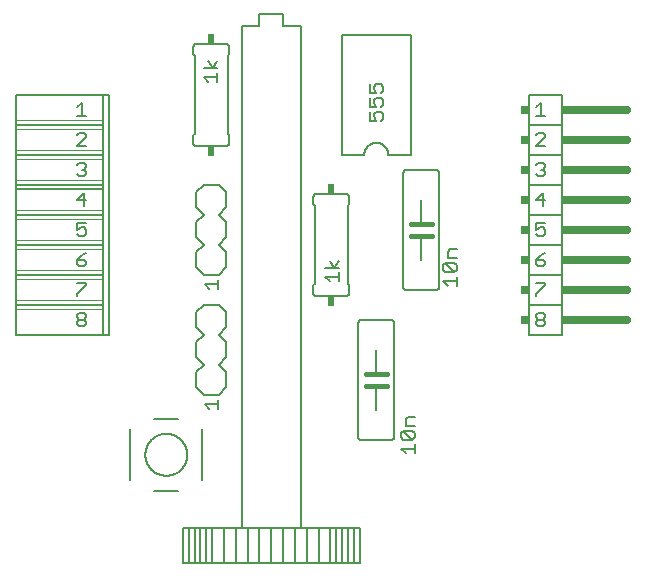
<source format=gbr>
G04 EAGLE Gerber X2 export*
G04 #@! %TF.Part,Single*
G04 #@! %TF.FileFunction,Legend,Top,1*
G04 #@! %TF.FilePolarity,Positive*
G04 #@! %TF.GenerationSoftware,Autodesk,EAGLE,9.0.0*
G04 #@! %TF.CreationDate,2019-08-08T19:05:01Z*
G75*
%MOMM*%
%FSLAX34Y34*%
%LPD*%
%AMOC8*
5,1,8,0,0,1.08239X$1,22.5*%
G01*
%ADD10C,0.152400*%
%ADD11C,0.127000*%
%ADD12R,0.609600X0.863600*%
%ADD13C,0.406400*%
%ADD14C,0.050800*%
%ADD15C,0.660400*%
%ADD16R,0.762000X0.660400*%
%ADD17R,0.660400X0.660400*%
%ADD18C,0.203200*%


D10*
X250190Y419100D02*
X250190Y317500D01*
X308610Y317500D02*
X308610Y419100D01*
X250190Y419100D01*
X250190Y317500D02*
X269240Y317500D01*
X289560Y317500D02*
X308610Y317500D01*
X289560Y317500D02*
X289557Y317747D01*
X289548Y317995D01*
X289533Y318242D01*
X289512Y318488D01*
X289485Y318734D01*
X289452Y318979D01*
X289413Y319224D01*
X289368Y319467D01*
X289317Y319709D01*
X289260Y319950D01*
X289198Y320189D01*
X289129Y320427D01*
X289055Y320663D01*
X288975Y320897D01*
X288890Y321129D01*
X288798Y321359D01*
X288702Y321587D01*
X288599Y321812D01*
X288492Y322035D01*
X288378Y322255D01*
X288260Y322472D01*
X288136Y322687D01*
X288007Y322898D01*
X287873Y323106D01*
X287734Y323311D01*
X287590Y323512D01*
X287442Y323710D01*
X287288Y323904D01*
X287130Y324094D01*
X286967Y324280D01*
X286800Y324462D01*
X286628Y324640D01*
X286452Y324814D01*
X286272Y324984D01*
X286087Y325149D01*
X285899Y325309D01*
X285707Y325465D01*
X285511Y325617D01*
X285312Y325763D01*
X285109Y325905D01*
X284902Y326041D01*
X284693Y326173D01*
X284480Y326299D01*
X284264Y326420D01*
X284046Y326536D01*
X283824Y326646D01*
X283600Y326751D01*
X283374Y326851D01*
X283145Y326945D01*
X282914Y327033D01*
X282680Y327116D01*
X282445Y327193D01*
X282208Y327264D01*
X281970Y327330D01*
X281730Y327389D01*
X281488Y327443D01*
X281245Y327491D01*
X281002Y327533D01*
X280757Y327569D01*
X280511Y327599D01*
X280265Y327623D01*
X280018Y327641D01*
X279771Y327653D01*
X279524Y327659D01*
X279276Y327659D01*
X279029Y327653D01*
X278782Y327641D01*
X278535Y327623D01*
X278289Y327599D01*
X278043Y327569D01*
X277798Y327533D01*
X277555Y327491D01*
X277312Y327443D01*
X277070Y327389D01*
X276830Y327330D01*
X276592Y327264D01*
X276355Y327193D01*
X276120Y327116D01*
X275886Y327033D01*
X275655Y326945D01*
X275426Y326851D01*
X275200Y326751D01*
X274976Y326646D01*
X274754Y326536D01*
X274536Y326420D01*
X274320Y326299D01*
X274107Y326173D01*
X273898Y326041D01*
X273691Y325905D01*
X273488Y325763D01*
X273289Y325617D01*
X273093Y325465D01*
X272901Y325309D01*
X272713Y325149D01*
X272528Y324984D01*
X272348Y324814D01*
X272172Y324640D01*
X272000Y324462D01*
X271833Y324280D01*
X271670Y324094D01*
X271512Y323904D01*
X271358Y323710D01*
X271210Y323512D01*
X271066Y323311D01*
X270927Y323106D01*
X270793Y322898D01*
X270664Y322687D01*
X270540Y322472D01*
X270422Y322255D01*
X270308Y322035D01*
X270201Y321812D01*
X270098Y321587D01*
X270002Y321359D01*
X269910Y321129D01*
X269825Y320897D01*
X269745Y320663D01*
X269671Y320427D01*
X269602Y320189D01*
X269540Y319950D01*
X269483Y319709D01*
X269432Y319467D01*
X269387Y319224D01*
X269348Y318979D01*
X269315Y318734D01*
X269288Y318488D01*
X269267Y318242D01*
X269252Y317995D01*
X269243Y317747D01*
X269240Y317500D01*
D11*
X273675Y346075D02*
X273675Y353702D01*
X273675Y346075D02*
X279395Y346075D01*
X277489Y349888D01*
X277489Y351795D01*
X279395Y353702D01*
X283208Y353702D01*
X285115Y351795D01*
X285115Y347982D01*
X283208Y346075D01*
X273675Y357769D02*
X273675Y365395D01*
X273675Y357769D02*
X279395Y357769D01*
X277489Y361582D01*
X277489Y363489D01*
X279395Y365395D01*
X283208Y365395D01*
X285115Y363489D01*
X285115Y359676D01*
X283208Y357769D01*
X273675Y369463D02*
X273675Y377089D01*
X273675Y369463D02*
X279395Y369463D01*
X277489Y373276D01*
X277489Y375183D01*
X279395Y377089D01*
X283208Y377089D01*
X285115Y375183D01*
X285115Y371370D01*
X283208Y369463D01*
D10*
X226060Y200660D02*
X226062Y200560D01*
X226068Y200461D01*
X226078Y200361D01*
X226091Y200263D01*
X226109Y200164D01*
X226130Y200067D01*
X226155Y199971D01*
X226184Y199875D01*
X226217Y199781D01*
X226253Y199688D01*
X226293Y199597D01*
X226337Y199507D01*
X226384Y199419D01*
X226434Y199333D01*
X226488Y199249D01*
X226545Y199167D01*
X226605Y199088D01*
X226669Y199010D01*
X226735Y198936D01*
X226804Y198864D01*
X226876Y198795D01*
X226950Y198729D01*
X227028Y198665D01*
X227107Y198605D01*
X227189Y198548D01*
X227273Y198494D01*
X227359Y198444D01*
X227447Y198397D01*
X227537Y198353D01*
X227628Y198313D01*
X227721Y198277D01*
X227815Y198244D01*
X227911Y198215D01*
X228007Y198190D01*
X228104Y198169D01*
X228203Y198151D01*
X228301Y198138D01*
X228401Y198128D01*
X228500Y198122D01*
X228600Y198120D01*
X254000Y198120D02*
X254100Y198122D01*
X254199Y198128D01*
X254299Y198138D01*
X254397Y198151D01*
X254496Y198169D01*
X254593Y198190D01*
X254689Y198215D01*
X254785Y198244D01*
X254879Y198277D01*
X254972Y198313D01*
X255063Y198353D01*
X255153Y198397D01*
X255241Y198444D01*
X255327Y198494D01*
X255411Y198548D01*
X255493Y198605D01*
X255572Y198665D01*
X255650Y198729D01*
X255724Y198795D01*
X255796Y198864D01*
X255865Y198936D01*
X255931Y199010D01*
X255995Y199088D01*
X256055Y199167D01*
X256112Y199249D01*
X256166Y199333D01*
X256216Y199419D01*
X256263Y199507D01*
X256307Y199597D01*
X256347Y199688D01*
X256383Y199781D01*
X256416Y199875D01*
X256445Y199971D01*
X256470Y200067D01*
X256491Y200164D01*
X256509Y200263D01*
X256522Y200361D01*
X256532Y200461D01*
X256538Y200560D01*
X256540Y200660D01*
X256540Y281940D02*
X256538Y282040D01*
X256532Y282139D01*
X256522Y282239D01*
X256509Y282337D01*
X256491Y282436D01*
X256470Y282533D01*
X256445Y282629D01*
X256416Y282725D01*
X256383Y282819D01*
X256347Y282912D01*
X256307Y283003D01*
X256263Y283093D01*
X256216Y283181D01*
X256166Y283267D01*
X256112Y283351D01*
X256055Y283433D01*
X255995Y283512D01*
X255931Y283590D01*
X255865Y283664D01*
X255796Y283736D01*
X255724Y283805D01*
X255650Y283871D01*
X255572Y283935D01*
X255493Y283995D01*
X255411Y284052D01*
X255327Y284106D01*
X255241Y284156D01*
X255153Y284203D01*
X255063Y284247D01*
X254972Y284287D01*
X254879Y284323D01*
X254785Y284356D01*
X254689Y284385D01*
X254593Y284410D01*
X254496Y284431D01*
X254397Y284449D01*
X254299Y284462D01*
X254199Y284472D01*
X254100Y284478D01*
X254000Y284480D01*
X228600Y284480D02*
X228500Y284478D01*
X228401Y284472D01*
X228301Y284462D01*
X228203Y284449D01*
X228104Y284431D01*
X228007Y284410D01*
X227911Y284385D01*
X227815Y284356D01*
X227721Y284323D01*
X227628Y284287D01*
X227537Y284247D01*
X227447Y284203D01*
X227359Y284156D01*
X227273Y284106D01*
X227189Y284052D01*
X227107Y283995D01*
X227028Y283935D01*
X226950Y283871D01*
X226876Y283805D01*
X226804Y283736D01*
X226735Y283664D01*
X226669Y283590D01*
X226605Y283512D01*
X226545Y283433D01*
X226488Y283351D01*
X226434Y283267D01*
X226384Y283181D01*
X226337Y283093D01*
X226293Y283003D01*
X226253Y282912D01*
X226217Y282819D01*
X226184Y282725D01*
X226155Y282629D01*
X226130Y282533D01*
X226109Y282436D01*
X226091Y282337D01*
X226078Y282239D01*
X226068Y282139D01*
X226062Y282040D01*
X226060Y281940D01*
X228600Y198120D02*
X254000Y198120D01*
X226060Y200660D02*
X226060Y207010D01*
X227330Y208280D01*
X256540Y207010D02*
X256540Y200660D01*
X256540Y207010D02*
X255270Y208280D01*
X227330Y274320D02*
X226060Y275590D01*
X227330Y274320D02*
X227330Y208280D01*
X255270Y274320D02*
X256540Y275590D01*
X255270Y274320D02*
X255270Y208280D01*
X226060Y275590D02*
X226060Y281940D01*
X256540Y281940D02*
X256540Y275590D01*
X254000Y284480D02*
X228600Y284480D01*
D11*
X236083Y213998D02*
X239897Y210185D01*
X236083Y213998D02*
X247523Y213998D01*
X247523Y210185D02*
X247523Y217812D01*
X247523Y221879D02*
X236083Y221879D01*
X243710Y221879D02*
X247523Y227599D01*
X243710Y221879D02*
X239897Y227599D01*
D12*
X241300Y288798D03*
X241300Y193802D03*
D11*
X165500Y1400D02*
X165500Y426400D01*
X215500Y426400D02*
X215500Y1400D01*
X200500Y436400D02*
X180500Y436400D01*
X200500Y426400D02*
X215500Y426400D01*
X200500Y426400D02*
X200500Y436400D01*
X180500Y426400D02*
X165500Y426400D01*
X180500Y426400D02*
X180500Y436400D01*
X170500Y1400D02*
X165500Y1400D01*
X170500Y1400D02*
X180500Y1400D01*
X190500Y1400D01*
X200500Y1400D01*
X210500Y1400D01*
X215500Y1400D01*
X190500Y1400D02*
X190500Y-28600D01*
X180500Y-28600D01*
X170500Y-28600D01*
X160500Y-28600D01*
X150500Y-28600D01*
X140500Y-28600D01*
X135500Y-28600D01*
X130500Y-28600D01*
X125500Y-28600D01*
X120500Y-28600D01*
X115500Y-28600D01*
X115500Y1400D01*
X120500Y1400D01*
X125500Y1400D01*
X130500Y1400D01*
X135500Y1400D01*
X140500Y1400D01*
X150500Y1400D01*
X160500Y1400D01*
X165500Y1400D01*
X215500Y1400D02*
X220500Y1400D01*
X230500Y1400D01*
X240500Y1400D01*
X245500Y1400D01*
X250500Y1400D01*
X255500Y1400D01*
X260500Y1400D01*
X265500Y1400D01*
X265500Y-28600D01*
X260500Y-28600D01*
X255500Y-28600D01*
X250500Y-28600D01*
X245500Y-28600D01*
X240500Y-28600D01*
X230500Y-28600D01*
X220500Y-28600D01*
X210500Y-28600D01*
X200500Y-28600D01*
X190500Y-28600D01*
X180500Y-28600D02*
X180500Y1400D01*
X170500Y1400D02*
X170500Y-28600D01*
X160500Y-28600D02*
X160500Y1400D01*
X150500Y1400D02*
X150500Y-28600D01*
X140500Y-28600D02*
X140500Y1400D01*
X135500Y1400D02*
X135500Y-28600D01*
X130500Y-28600D02*
X130500Y1400D01*
X125500Y1400D02*
X125500Y-28600D01*
X120500Y-28600D02*
X120500Y1400D01*
X260500Y1400D02*
X260500Y-28600D01*
X255500Y-28600D02*
X255500Y1400D01*
X250500Y1400D02*
X250500Y-28600D01*
X245500Y-28600D02*
X245500Y1400D01*
X240500Y1400D02*
X240500Y-28600D01*
X230500Y-28600D02*
X230500Y1400D01*
X220500Y1400D02*
X220500Y-28600D01*
X210500Y-28600D02*
X210500Y1400D01*
X200500Y1400D02*
X200500Y-28600D01*
D10*
X127000Y222250D02*
X127000Y234950D01*
X133350Y241300D01*
X146050Y241300D02*
X152400Y234950D01*
X133350Y241300D02*
X127000Y247650D01*
X127000Y260350D01*
X133350Y266700D01*
X146050Y266700D02*
X152400Y260350D01*
X152400Y247650D01*
X146050Y241300D01*
X146050Y215900D02*
X133350Y215900D01*
X127000Y222250D01*
X146050Y215900D02*
X152400Y222250D01*
X152400Y234950D01*
X133350Y266700D02*
X127000Y273050D01*
X127000Y285750D01*
X133350Y292100D01*
X146050Y292100D02*
X152400Y285750D01*
X152400Y273050D01*
X146050Y266700D01*
X146050Y292100D02*
X133350Y292100D01*
D11*
X133975Y207648D02*
X137789Y203835D01*
X133975Y207648D02*
X145415Y207648D01*
X145415Y203835D02*
X145415Y211462D01*
D10*
X302260Y205740D02*
X302260Y302260D01*
X304800Y203200D02*
X330200Y203200D01*
X332740Y205740D02*
X332740Y302260D01*
X330200Y304800D02*
X304800Y304800D01*
X304700Y304798D01*
X304601Y304792D01*
X304501Y304782D01*
X304403Y304769D01*
X304304Y304751D01*
X304207Y304730D01*
X304111Y304705D01*
X304015Y304676D01*
X303921Y304643D01*
X303828Y304607D01*
X303737Y304567D01*
X303647Y304523D01*
X303559Y304476D01*
X303473Y304426D01*
X303389Y304372D01*
X303307Y304315D01*
X303228Y304255D01*
X303150Y304191D01*
X303076Y304125D01*
X303004Y304056D01*
X302935Y303984D01*
X302869Y303910D01*
X302805Y303832D01*
X302745Y303753D01*
X302688Y303671D01*
X302634Y303587D01*
X302584Y303501D01*
X302537Y303413D01*
X302493Y303323D01*
X302453Y303232D01*
X302417Y303139D01*
X302384Y303045D01*
X302355Y302949D01*
X302330Y302853D01*
X302309Y302756D01*
X302291Y302657D01*
X302278Y302559D01*
X302268Y302459D01*
X302262Y302360D01*
X302260Y302260D01*
X330200Y304800D02*
X330300Y304798D01*
X330399Y304792D01*
X330499Y304782D01*
X330597Y304769D01*
X330696Y304751D01*
X330793Y304730D01*
X330889Y304705D01*
X330985Y304676D01*
X331079Y304643D01*
X331172Y304607D01*
X331263Y304567D01*
X331353Y304523D01*
X331441Y304476D01*
X331527Y304426D01*
X331611Y304372D01*
X331693Y304315D01*
X331772Y304255D01*
X331850Y304191D01*
X331924Y304125D01*
X331996Y304056D01*
X332065Y303984D01*
X332131Y303910D01*
X332195Y303832D01*
X332255Y303753D01*
X332312Y303671D01*
X332366Y303587D01*
X332416Y303501D01*
X332463Y303413D01*
X332507Y303323D01*
X332547Y303232D01*
X332583Y303139D01*
X332616Y303045D01*
X332645Y302949D01*
X332670Y302853D01*
X332691Y302756D01*
X332709Y302657D01*
X332722Y302559D01*
X332732Y302459D01*
X332738Y302360D01*
X332740Y302260D01*
X332740Y205740D02*
X332738Y205640D01*
X332732Y205541D01*
X332722Y205441D01*
X332709Y205343D01*
X332691Y205244D01*
X332670Y205147D01*
X332645Y205051D01*
X332616Y204955D01*
X332583Y204861D01*
X332547Y204768D01*
X332507Y204677D01*
X332463Y204587D01*
X332416Y204499D01*
X332366Y204413D01*
X332312Y204329D01*
X332255Y204247D01*
X332195Y204168D01*
X332131Y204090D01*
X332065Y204016D01*
X331996Y203944D01*
X331924Y203875D01*
X331850Y203809D01*
X331772Y203745D01*
X331693Y203685D01*
X331611Y203628D01*
X331527Y203574D01*
X331441Y203524D01*
X331353Y203477D01*
X331263Y203433D01*
X331172Y203393D01*
X331079Y203357D01*
X330985Y203324D01*
X330889Y203295D01*
X330793Y203270D01*
X330696Y203249D01*
X330597Y203231D01*
X330499Y203218D01*
X330399Y203208D01*
X330300Y203202D01*
X330200Y203200D01*
X304800Y203200D02*
X304700Y203202D01*
X304601Y203208D01*
X304501Y203218D01*
X304403Y203231D01*
X304304Y203249D01*
X304207Y203270D01*
X304111Y203295D01*
X304015Y203324D01*
X303921Y203357D01*
X303828Y203393D01*
X303737Y203433D01*
X303647Y203477D01*
X303559Y203524D01*
X303473Y203574D01*
X303389Y203628D01*
X303307Y203685D01*
X303228Y203745D01*
X303150Y203809D01*
X303076Y203875D01*
X303004Y203944D01*
X302935Y204016D01*
X302869Y204090D01*
X302805Y204168D01*
X302745Y204247D01*
X302688Y204329D01*
X302634Y204413D01*
X302584Y204499D01*
X302537Y204587D01*
X302493Y204677D01*
X302453Y204768D01*
X302417Y204861D01*
X302384Y204955D01*
X302355Y205051D01*
X302330Y205147D01*
X302309Y205244D01*
X302291Y205343D01*
X302278Y205441D01*
X302268Y205541D01*
X302262Y205640D01*
X302260Y205740D01*
X317500Y259080D02*
X317500Y279400D01*
X317500Y248920D02*
X317500Y228600D01*
D13*
X317500Y248920D02*
X308610Y248920D01*
X317500Y248920D02*
X326390Y248920D01*
X317500Y259080D02*
X308610Y259080D01*
X317500Y259080D02*
X326390Y259080D01*
D11*
X335905Y210188D02*
X339719Y206375D01*
X335905Y210188D02*
X347345Y210188D01*
X347345Y206375D02*
X347345Y214002D01*
X345438Y218069D02*
X337812Y218069D01*
X335905Y219976D01*
X335905Y223789D01*
X337812Y225695D01*
X345438Y225695D01*
X347345Y223789D01*
X347345Y219976D01*
X345438Y218069D01*
X337812Y225695D01*
X339719Y229763D02*
X347345Y229763D01*
X339719Y229763D02*
X339719Y235483D01*
X341625Y237389D01*
X347345Y237389D01*
D10*
X154940Y408940D02*
X154938Y409040D01*
X154932Y409139D01*
X154922Y409239D01*
X154909Y409337D01*
X154891Y409436D01*
X154870Y409533D01*
X154845Y409629D01*
X154816Y409725D01*
X154783Y409819D01*
X154747Y409912D01*
X154707Y410003D01*
X154663Y410093D01*
X154616Y410181D01*
X154566Y410267D01*
X154512Y410351D01*
X154455Y410433D01*
X154395Y410512D01*
X154331Y410590D01*
X154265Y410664D01*
X154196Y410736D01*
X154124Y410805D01*
X154050Y410871D01*
X153972Y410935D01*
X153893Y410995D01*
X153811Y411052D01*
X153727Y411106D01*
X153641Y411156D01*
X153553Y411203D01*
X153463Y411247D01*
X153372Y411287D01*
X153279Y411323D01*
X153185Y411356D01*
X153089Y411385D01*
X152993Y411410D01*
X152896Y411431D01*
X152797Y411449D01*
X152699Y411462D01*
X152599Y411472D01*
X152500Y411478D01*
X152400Y411480D01*
X127000Y411480D02*
X126900Y411478D01*
X126801Y411472D01*
X126701Y411462D01*
X126603Y411449D01*
X126504Y411431D01*
X126407Y411410D01*
X126311Y411385D01*
X126215Y411356D01*
X126121Y411323D01*
X126028Y411287D01*
X125937Y411247D01*
X125847Y411203D01*
X125759Y411156D01*
X125673Y411106D01*
X125589Y411052D01*
X125507Y410995D01*
X125428Y410935D01*
X125350Y410871D01*
X125276Y410805D01*
X125204Y410736D01*
X125135Y410664D01*
X125069Y410590D01*
X125005Y410512D01*
X124945Y410433D01*
X124888Y410351D01*
X124834Y410267D01*
X124784Y410181D01*
X124737Y410093D01*
X124693Y410003D01*
X124653Y409912D01*
X124617Y409819D01*
X124584Y409725D01*
X124555Y409629D01*
X124530Y409533D01*
X124509Y409436D01*
X124491Y409337D01*
X124478Y409239D01*
X124468Y409139D01*
X124462Y409040D01*
X124460Y408940D01*
X124460Y327660D02*
X124462Y327560D01*
X124468Y327461D01*
X124478Y327361D01*
X124491Y327263D01*
X124509Y327164D01*
X124530Y327067D01*
X124555Y326971D01*
X124584Y326875D01*
X124617Y326781D01*
X124653Y326688D01*
X124693Y326597D01*
X124737Y326507D01*
X124784Y326419D01*
X124834Y326333D01*
X124888Y326249D01*
X124945Y326167D01*
X125005Y326088D01*
X125069Y326010D01*
X125135Y325936D01*
X125204Y325864D01*
X125276Y325795D01*
X125350Y325729D01*
X125428Y325665D01*
X125507Y325605D01*
X125589Y325548D01*
X125673Y325494D01*
X125759Y325444D01*
X125847Y325397D01*
X125937Y325353D01*
X126028Y325313D01*
X126121Y325277D01*
X126215Y325244D01*
X126311Y325215D01*
X126407Y325190D01*
X126504Y325169D01*
X126603Y325151D01*
X126701Y325138D01*
X126801Y325128D01*
X126900Y325122D01*
X127000Y325120D01*
X152400Y325120D02*
X152500Y325122D01*
X152599Y325128D01*
X152699Y325138D01*
X152797Y325151D01*
X152896Y325169D01*
X152993Y325190D01*
X153089Y325215D01*
X153185Y325244D01*
X153279Y325277D01*
X153372Y325313D01*
X153463Y325353D01*
X153553Y325397D01*
X153641Y325444D01*
X153727Y325494D01*
X153811Y325548D01*
X153893Y325605D01*
X153972Y325665D01*
X154050Y325729D01*
X154124Y325795D01*
X154196Y325864D01*
X154265Y325936D01*
X154331Y326010D01*
X154395Y326088D01*
X154455Y326167D01*
X154512Y326249D01*
X154566Y326333D01*
X154616Y326419D01*
X154663Y326507D01*
X154707Y326597D01*
X154747Y326688D01*
X154783Y326781D01*
X154816Y326875D01*
X154845Y326971D01*
X154870Y327067D01*
X154891Y327164D01*
X154909Y327263D01*
X154922Y327361D01*
X154932Y327461D01*
X154938Y327560D01*
X154940Y327660D01*
X152400Y411480D02*
X127000Y411480D01*
X154940Y408940D02*
X154940Y402590D01*
X153670Y401320D01*
X124460Y402590D02*
X124460Y408940D01*
X124460Y402590D02*
X125730Y401320D01*
X153670Y335280D02*
X154940Y334010D01*
X153670Y335280D02*
X153670Y401320D01*
X125730Y335280D02*
X124460Y334010D01*
X125730Y335280D02*
X125730Y401320D01*
X154940Y334010D02*
X154940Y327660D01*
X124460Y327660D02*
X124460Y334010D01*
X127000Y325120D02*
X152400Y325120D01*
D11*
X137281Y379246D02*
X133467Y383059D01*
X144907Y383059D01*
X144907Y379246D02*
X144907Y386873D01*
X144907Y390940D02*
X133467Y390940D01*
X141094Y390940D02*
X144907Y396660D01*
X141094Y390940D02*
X137281Y396660D01*
D12*
X139700Y320802D03*
X139700Y415798D03*
D10*
X53340Y165100D02*
X48260Y165100D01*
X-25400Y165100D01*
X-25400Y186690D01*
X-25400Y190500D01*
X-25400Y194310D01*
X-25400Y212090D01*
X-25400Y215900D01*
X-25400Y219710D01*
X-25400Y237490D01*
X-25400Y241300D01*
X-25400Y245110D01*
X-25400Y262890D01*
X-25400Y266700D01*
X-25400Y270510D01*
X-25400Y288290D01*
X-25400Y292100D02*
X48260Y292100D01*
X48260Y186690D02*
X48260Y165100D01*
X48260Y186690D02*
X48260Y190500D01*
X48260Y194310D01*
X48260Y212090D01*
X48260Y215900D01*
X48260Y219710D01*
X48260Y237490D01*
X48260Y241300D01*
X48260Y245110D01*
X48260Y262890D01*
X48260Y266700D01*
X48260Y270510D01*
X48260Y288290D01*
X48260Y292100D01*
X48260Y266700D02*
X-25400Y266700D01*
X-25400Y241300D02*
X48260Y241300D01*
X48260Y215900D02*
X-25400Y215900D01*
X-25400Y190500D02*
X48260Y190500D01*
D14*
X48260Y186690D02*
X-25400Y186690D01*
X-25400Y194310D02*
X48260Y194310D01*
X48260Y212090D02*
X-25400Y212090D01*
X-25400Y219710D02*
X48260Y219710D01*
X48260Y237490D02*
X-25400Y237490D01*
X-25400Y245110D02*
X48260Y245110D01*
X48260Y262890D02*
X-25400Y262890D01*
X-25400Y270510D02*
X48260Y270510D01*
D10*
X48260Y288290D02*
X-25400Y288290D01*
X-25400Y292100D01*
X-25400Y295910D01*
D14*
X48260Y295910D01*
D10*
X53340Y368300D02*
X53340Y165100D01*
X-25400Y295910D02*
X-25400Y313690D01*
X-25400Y317500D02*
X48260Y317500D01*
X48260Y295910D02*
X48260Y292100D01*
X48260Y295910D02*
X48260Y313690D01*
X48260Y317500D01*
D14*
X48260Y313690D02*
X-25400Y313690D01*
D10*
X-25400Y317500D01*
X-25400Y321310D01*
X-25400Y339090D01*
X-25400Y342900D01*
X48260Y342900D01*
D14*
X48260Y321310D02*
X-25400Y321310D01*
D10*
X48260Y321310D02*
X48260Y317500D01*
X48260Y321310D02*
X48260Y339090D01*
X48260Y342900D01*
X-25400Y342900D02*
X-25400Y346710D01*
X-25400Y368300D01*
X48260Y368300D01*
X53340Y368300D01*
X48260Y346710D02*
X48260Y342900D01*
X48260Y346710D02*
X48260Y368300D01*
D14*
X48260Y346710D02*
X-25400Y346710D01*
X-25400Y339090D02*
X48260Y339090D01*
D11*
X33662Y324485D02*
X26035Y324485D01*
X33662Y332112D01*
X33662Y334018D01*
X31755Y335925D01*
X27942Y335925D01*
X26035Y334018D01*
X27942Y183525D02*
X26035Y181618D01*
X27942Y183525D02*
X31755Y183525D01*
X33662Y181618D01*
X33662Y179712D01*
X31755Y177805D01*
X33662Y175898D01*
X33662Y173992D01*
X31755Y172085D01*
X27942Y172085D01*
X26035Y173992D01*
X26035Y175898D01*
X27942Y177805D01*
X26035Y179712D01*
X26035Y181618D01*
X27942Y177805D02*
X31755Y177805D01*
X26035Y308618D02*
X27942Y310525D01*
X31755Y310525D01*
X33662Y308618D01*
X33662Y306712D01*
X31755Y304805D01*
X29848Y304805D01*
X31755Y304805D02*
X33662Y302898D01*
X33662Y300992D01*
X31755Y299085D01*
X27942Y299085D01*
X26035Y300992D01*
X31755Y285125D02*
X31755Y273685D01*
X26035Y279405D02*
X31755Y285125D01*
X33662Y279405D02*
X26035Y279405D01*
X26035Y259725D02*
X33662Y259725D01*
X26035Y259725D02*
X26035Y254005D01*
X29848Y255912D01*
X31755Y255912D01*
X33662Y254005D01*
X33662Y250192D01*
X31755Y248285D01*
X27942Y248285D01*
X26035Y250192D01*
X33662Y234325D02*
X29848Y232418D01*
X26035Y228605D01*
X26035Y224792D01*
X27942Y222885D01*
X31755Y222885D01*
X33662Y224792D01*
X33662Y226698D01*
X31755Y228605D01*
X26035Y228605D01*
X26035Y208925D02*
X33662Y208925D01*
X33662Y207018D01*
X26035Y199392D01*
X26035Y197485D01*
X26035Y357512D02*
X29848Y361325D01*
X29848Y349885D01*
X26035Y349885D02*
X33662Y349885D01*
D10*
X408940Y165100D02*
X436880Y165100D01*
X408940Y165100D02*
X408940Y190500D01*
X436880Y190500D02*
X436880Y165100D01*
X436880Y215900D02*
X408940Y215900D01*
X436880Y215900D02*
X436880Y241300D01*
X436880Y190500D02*
X408940Y190500D01*
X408940Y215900D01*
X436880Y215900D02*
X436880Y190500D01*
D15*
X444500Y228600D02*
X491490Y228600D01*
X491490Y203200D02*
X444500Y203200D01*
X444500Y177800D02*
X491490Y177800D01*
D10*
X408940Y215900D02*
X408940Y241300D01*
X408940Y266700D01*
X436880Y266700D01*
X408940Y266700D02*
X408940Y292100D01*
X436880Y292100D01*
X436880Y266700D01*
X436880Y241300D02*
X408940Y241300D01*
X436880Y241300D02*
X436880Y266700D01*
X408940Y292100D02*
X408940Y317500D01*
X436880Y317500D02*
X436880Y292100D01*
X436880Y342900D02*
X408940Y342900D01*
X408940Y368300D01*
X436880Y368300D01*
X436880Y342900D01*
X436880Y317500D02*
X408940Y317500D01*
X408940Y342900D01*
X436880Y342900D02*
X436880Y317500D01*
D15*
X444500Y355600D02*
X491490Y355600D01*
X491490Y330200D02*
X444500Y330200D01*
X444500Y304800D02*
X491490Y304800D01*
X491490Y279400D02*
X444500Y279400D01*
X444500Y254000D02*
X491490Y254000D01*
D11*
X414655Y357512D02*
X418468Y361325D01*
X418468Y349885D01*
X414655Y349885D02*
X422282Y349885D01*
X422282Y324485D02*
X414655Y324485D01*
X422282Y332112D01*
X422282Y334018D01*
X420375Y335925D01*
X416562Y335925D01*
X414655Y334018D01*
X416562Y310525D02*
X414655Y308618D01*
X416562Y310525D02*
X420375Y310525D01*
X422282Y308618D01*
X422282Y306712D01*
X420375Y304805D01*
X418468Y304805D01*
X420375Y304805D02*
X422282Y302898D01*
X422282Y300992D01*
X420375Y299085D01*
X416562Y299085D01*
X414655Y300992D01*
X420375Y285125D02*
X420375Y273685D01*
X414655Y279405D02*
X420375Y285125D01*
X422282Y279405D02*
X414655Y279405D01*
X414655Y259725D02*
X422282Y259725D01*
X414655Y259725D02*
X414655Y254005D01*
X418468Y255912D01*
X420375Y255912D01*
X422282Y254005D01*
X422282Y250192D01*
X420375Y248285D01*
X416562Y248285D01*
X414655Y250192D01*
X422282Y234325D02*
X418468Y232418D01*
X414655Y228605D01*
X414655Y224792D01*
X416562Y222885D01*
X420375Y222885D01*
X422282Y224792D01*
X422282Y226698D01*
X420375Y228605D01*
X414655Y228605D01*
X414655Y208925D02*
X422282Y208925D01*
X422282Y207018D01*
X414655Y199392D01*
X414655Y197485D01*
X416562Y183525D02*
X414655Y181618D01*
X416562Y183525D02*
X420375Y183525D01*
X422282Y181618D01*
X422282Y179712D01*
X420375Y177805D01*
X422282Y175898D01*
X422282Y173992D01*
X420375Y172085D01*
X416562Y172085D01*
X414655Y173992D01*
X414655Y175898D01*
X416562Y177805D01*
X414655Y179712D01*
X414655Y181618D01*
X416562Y177805D02*
X420375Y177805D01*
D16*
X440690Y228600D03*
X440690Y203200D03*
X440690Y177800D03*
X440690Y355600D03*
X440690Y330200D03*
X440690Y304800D03*
X440690Y279400D03*
X440690Y254000D03*
D17*
X405638Y177800D03*
X405638Y203200D03*
X405638Y228600D03*
X405638Y254000D03*
X405638Y279400D03*
X405638Y304800D03*
X405638Y330200D03*
X405638Y355600D03*
D10*
X294640Y175260D02*
X294640Y78740D01*
X292100Y177800D02*
X266700Y177800D01*
X264160Y175260D02*
X264160Y78740D01*
X266700Y76200D02*
X292100Y76200D01*
X292200Y76202D01*
X292299Y76208D01*
X292399Y76218D01*
X292497Y76231D01*
X292596Y76249D01*
X292693Y76270D01*
X292789Y76295D01*
X292885Y76324D01*
X292979Y76357D01*
X293072Y76393D01*
X293163Y76433D01*
X293253Y76477D01*
X293341Y76524D01*
X293427Y76574D01*
X293511Y76628D01*
X293593Y76685D01*
X293672Y76745D01*
X293750Y76809D01*
X293824Y76875D01*
X293896Y76944D01*
X293965Y77016D01*
X294031Y77090D01*
X294095Y77168D01*
X294155Y77247D01*
X294212Y77329D01*
X294266Y77413D01*
X294316Y77499D01*
X294363Y77587D01*
X294407Y77677D01*
X294447Y77768D01*
X294483Y77861D01*
X294516Y77955D01*
X294545Y78051D01*
X294570Y78147D01*
X294591Y78244D01*
X294609Y78343D01*
X294622Y78441D01*
X294632Y78541D01*
X294638Y78640D01*
X294640Y78740D01*
X266700Y76200D02*
X266600Y76202D01*
X266501Y76208D01*
X266401Y76218D01*
X266303Y76231D01*
X266204Y76249D01*
X266107Y76270D01*
X266011Y76295D01*
X265915Y76324D01*
X265821Y76357D01*
X265728Y76393D01*
X265637Y76433D01*
X265547Y76477D01*
X265459Y76524D01*
X265373Y76574D01*
X265289Y76628D01*
X265207Y76685D01*
X265128Y76745D01*
X265050Y76809D01*
X264976Y76875D01*
X264904Y76944D01*
X264835Y77016D01*
X264769Y77090D01*
X264705Y77168D01*
X264645Y77247D01*
X264588Y77329D01*
X264534Y77413D01*
X264484Y77499D01*
X264437Y77587D01*
X264393Y77677D01*
X264353Y77768D01*
X264317Y77861D01*
X264284Y77955D01*
X264255Y78051D01*
X264230Y78147D01*
X264209Y78244D01*
X264191Y78343D01*
X264178Y78441D01*
X264168Y78541D01*
X264162Y78640D01*
X264160Y78740D01*
X264160Y175260D02*
X264162Y175360D01*
X264168Y175459D01*
X264178Y175559D01*
X264191Y175657D01*
X264209Y175756D01*
X264230Y175853D01*
X264255Y175949D01*
X264284Y176045D01*
X264317Y176139D01*
X264353Y176232D01*
X264393Y176323D01*
X264437Y176413D01*
X264484Y176501D01*
X264534Y176587D01*
X264588Y176671D01*
X264645Y176753D01*
X264705Y176832D01*
X264769Y176910D01*
X264835Y176984D01*
X264904Y177056D01*
X264976Y177125D01*
X265050Y177191D01*
X265128Y177255D01*
X265207Y177315D01*
X265289Y177372D01*
X265373Y177426D01*
X265459Y177476D01*
X265547Y177523D01*
X265637Y177567D01*
X265728Y177607D01*
X265821Y177643D01*
X265915Y177676D01*
X266011Y177705D01*
X266107Y177730D01*
X266204Y177751D01*
X266303Y177769D01*
X266401Y177782D01*
X266501Y177792D01*
X266600Y177798D01*
X266700Y177800D01*
X292100Y177800D02*
X292200Y177798D01*
X292299Y177792D01*
X292399Y177782D01*
X292497Y177769D01*
X292596Y177751D01*
X292693Y177730D01*
X292789Y177705D01*
X292885Y177676D01*
X292979Y177643D01*
X293072Y177607D01*
X293163Y177567D01*
X293253Y177523D01*
X293341Y177476D01*
X293427Y177426D01*
X293511Y177372D01*
X293593Y177315D01*
X293672Y177255D01*
X293750Y177191D01*
X293824Y177125D01*
X293896Y177056D01*
X293965Y176984D01*
X294031Y176910D01*
X294095Y176832D01*
X294155Y176753D01*
X294212Y176671D01*
X294266Y176587D01*
X294316Y176501D01*
X294363Y176413D01*
X294407Y176323D01*
X294447Y176232D01*
X294483Y176139D01*
X294516Y176045D01*
X294545Y175949D01*
X294570Y175853D01*
X294591Y175756D01*
X294609Y175657D01*
X294622Y175559D01*
X294632Y175459D01*
X294638Y175360D01*
X294640Y175260D01*
X279400Y121920D02*
X279400Y101600D01*
X279400Y132080D02*
X279400Y152400D01*
D13*
X279400Y132080D02*
X288290Y132080D01*
X279400Y132080D02*
X270510Y132080D01*
X279400Y121920D02*
X288290Y121920D01*
X279400Y121920D02*
X270510Y121920D01*
D11*
X300345Y68426D02*
X304159Y64613D01*
X300345Y68426D02*
X311785Y68426D01*
X311785Y64613D02*
X311785Y72240D01*
X309878Y76307D02*
X302252Y76307D01*
X300345Y78214D01*
X300345Y82027D01*
X302252Y83934D01*
X309878Y83934D01*
X311785Y82027D01*
X311785Y78214D01*
X309878Y76307D01*
X302252Y83934D01*
X304159Y88001D02*
X311785Y88001D01*
X304159Y88001D02*
X304159Y93721D01*
X306065Y95627D01*
X311785Y95627D01*
D10*
X127000Y120650D02*
X127000Y133350D01*
X133350Y139700D01*
X146050Y139700D02*
X152400Y133350D01*
X133350Y139700D02*
X127000Y146050D01*
X127000Y158750D01*
X133350Y165100D01*
X146050Y165100D02*
X152400Y158750D01*
X152400Y146050D01*
X146050Y139700D01*
X146050Y114300D02*
X133350Y114300D01*
X127000Y120650D01*
X146050Y114300D02*
X152400Y120650D01*
X152400Y133350D01*
X133350Y165100D02*
X127000Y171450D01*
X127000Y184150D01*
X133350Y190500D01*
X146050Y190500D02*
X152400Y184150D01*
X152400Y171450D01*
X146050Y165100D01*
X146050Y190500D02*
X133350Y190500D01*
D11*
X133975Y106048D02*
X137789Y102235D01*
X133975Y106048D02*
X145415Y106048D01*
X145415Y102235D02*
X145415Y109862D01*
D18*
X132080Y85090D02*
X132080Y41910D01*
X71120Y41910D02*
X71120Y85090D01*
X91440Y33020D02*
X111580Y33020D01*
X111880Y93980D02*
X91440Y93980D01*
X83820Y63500D02*
X83825Y63936D01*
X83841Y64372D01*
X83868Y64808D01*
X83906Y65243D01*
X83954Y65676D01*
X84012Y66109D01*
X84082Y66540D01*
X84162Y66969D01*
X84252Y67396D01*
X84353Y67820D01*
X84464Y68242D01*
X84586Y68661D01*
X84717Y69077D01*
X84859Y69490D01*
X85011Y69899D01*
X85173Y70304D01*
X85345Y70705D01*
X85527Y71102D01*
X85718Y71494D01*
X85919Y71881D01*
X86130Y72264D01*
X86350Y72641D01*
X86579Y73012D01*
X86816Y73378D01*
X87063Y73738D01*
X87319Y74092D01*
X87583Y74439D01*
X87856Y74780D01*
X88137Y75113D01*
X88426Y75440D01*
X88723Y75760D01*
X89028Y76072D01*
X89340Y76377D01*
X89660Y76674D01*
X89987Y76963D01*
X90320Y77244D01*
X90661Y77517D01*
X91008Y77781D01*
X91362Y78037D01*
X91722Y78284D01*
X92088Y78521D01*
X92459Y78750D01*
X92836Y78970D01*
X93219Y79181D01*
X93606Y79382D01*
X93998Y79573D01*
X94395Y79755D01*
X94796Y79927D01*
X95201Y80089D01*
X95610Y80241D01*
X96023Y80383D01*
X96439Y80514D01*
X96858Y80636D01*
X97280Y80747D01*
X97704Y80848D01*
X98131Y80938D01*
X98560Y81018D01*
X98991Y81088D01*
X99424Y81146D01*
X99857Y81194D01*
X100292Y81232D01*
X100728Y81259D01*
X101164Y81275D01*
X101600Y81280D01*
X102036Y81275D01*
X102472Y81259D01*
X102908Y81232D01*
X103343Y81194D01*
X103776Y81146D01*
X104209Y81088D01*
X104640Y81018D01*
X105069Y80938D01*
X105496Y80848D01*
X105920Y80747D01*
X106342Y80636D01*
X106761Y80514D01*
X107177Y80383D01*
X107590Y80241D01*
X107999Y80089D01*
X108404Y79927D01*
X108805Y79755D01*
X109202Y79573D01*
X109594Y79382D01*
X109981Y79181D01*
X110364Y78970D01*
X110741Y78750D01*
X111112Y78521D01*
X111478Y78284D01*
X111838Y78037D01*
X112192Y77781D01*
X112539Y77517D01*
X112880Y77244D01*
X113213Y76963D01*
X113540Y76674D01*
X113860Y76377D01*
X114172Y76072D01*
X114477Y75760D01*
X114774Y75440D01*
X115063Y75113D01*
X115344Y74780D01*
X115617Y74439D01*
X115881Y74092D01*
X116137Y73738D01*
X116384Y73378D01*
X116621Y73012D01*
X116850Y72641D01*
X117070Y72264D01*
X117281Y71881D01*
X117482Y71494D01*
X117673Y71102D01*
X117855Y70705D01*
X118027Y70304D01*
X118189Y69899D01*
X118341Y69490D01*
X118483Y69077D01*
X118614Y68661D01*
X118736Y68242D01*
X118847Y67820D01*
X118948Y67396D01*
X119038Y66969D01*
X119118Y66540D01*
X119188Y66109D01*
X119246Y65676D01*
X119294Y65243D01*
X119332Y64808D01*
X119359Y64372D01*
X119375Y63936D01*
X119380Y63500D01*
X119375Y63064D01*
X119359Y62628D01*
X119332Y62192D01*
X119294Y61757D01*
X119246Y61324D01*
X119188Y60891D01*
X119118Y60460D01*
X119038Y60031D01*
X118948Y59604D01*
X118847Y59180D01*
X118736Y58758D01*
X118614Y58339D01*
X118483Y57923D01*
X118341Y57510D01*
X118189Y57101D01*
X118027Y56696D01*
X117855Y56295D01*
X117673Y55898D01*
X117482Y55506D01*
X117281Y55119D01*
X117070Y54736D01*
X116850Y54359D01*
X116621Y53988D01*
X116384Y53622D01*
X116137Y53262D01*
X115881Y52908D01*
X115617Y52561D01*
X115344Y52220D01*
X115063Y51887D01*
X114774Y51560D01*
X114477Y51240D01*
X114172Y50928D01*
X113860Y50623D01*
X113540Y50326D01*
X113213Y50037D01*
X112880Y49756D01*
X112539Y49483D01*
X112192Y49219D01*
X111838Y48963D01*
X111478Y48716D01*
X111112Y48479D01*
X110741Y48250D01*
X110364Y48030D01*
X109981Y47819D01*
X109594Y47618D01*
X109202Y47427D01*
X108805Y47245D01*
X108404Y47073D01*
X107999Y46911D01*
X107590Y46759D01*
X107177Y46617D01*
X106761Y46486D01*
X106342Y46364D01*
X105920Y46253D01*
X105496Y46152D01*
X105069Y46062D01*
X104640Y45982D01*
X104209Y45912D01*
X103776Y45854D01*
X103343Y45806D01*
X102908Y45768D01*
X102472Y45741D01*
X102036Y45725D01*
X101600Y45720D01*
X101164Y45725D01*
X100728Y45741D01*
X100292Y45768D01*
X99857Y45806D01*
X99424Y45854D01*
X98991Y45912D01*
X98560Y45982D01*
X98131Y46062D01*
X97704Y46152D01*
X97280Y46253D01*
X96858Y46364D01*
X96439Y46486D01*
X96023Y46617D01*
X95610Y46759D01*
X95201Y46911D01*
X94796Y47073D01*
X94395Y47245D01*
X93998Y47427D01*
X93606Y47618D01*
X93219Y47819D01*
X92836Y48030D01*
X92459Y48250D01*
X92088Y48479D01*
X91722Y48716D01*
X91362Y48963D01*
X91008Y49219D01*
X90661Y49483D01*
X90320Y49756D01*
X89987Y50037D01*
X89660Y50326D01*
X89340Y50623D01*
X89028Y50928D01*
X88723Y51240D01*
X88426Y51560D01*
X88137Y51887D01*
X87856Y52220D01*
X87583Y52561D01*
X87319Y52908D01*
X87063Y53262D01*
X86816Y53622D01*
X86579Y53988D01*
X86350Y54359D01*
X86130Y54736D01*
X85919Y55119D01*
X85718Y55506D01*
X85527Y55898D01*
X85345Y56295D01*
X85173Y56696D01*
X85011Y57101D01*
X84859Y57510D01*
X84717Y57923D01*
X84586Y58339D01*
X84464Y58758D01*
X84353Y59180D01*
X84252Y59604D01*
X84162Y60031D01*
X84082Y60460D01*
X84012Y60891D01*
X83954Y61324D01*
X83906Y61757D01*
X83868Y62192D01*
X83841Y62628D01*
X83825Y63064D01*
X83820Y63500D01*
M02*

</source>
